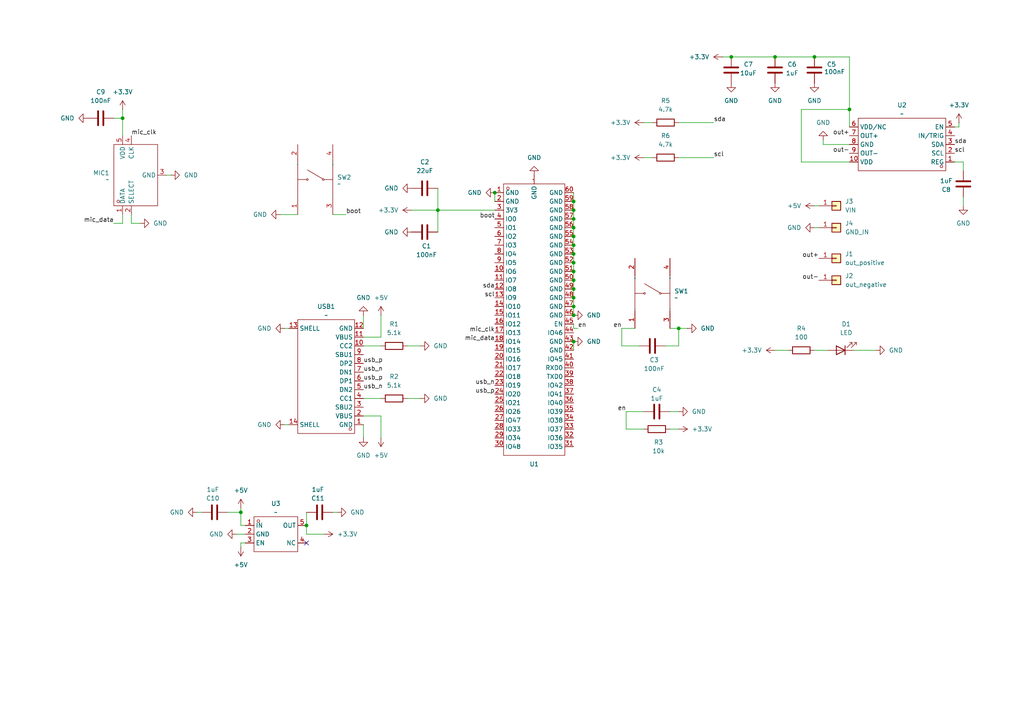
<source format=kicad_sch>
(kicad_sch (version 20231120) (generator "eeschema") (generator_version "8.0")
  (paper "A4")
  (lib_symbols
    (symbol "Connector_Generic:Conn_01x01" (pin_names (offset 1.016) hide)
      (property "Reference" "J" (at 0 2.54 0))
      (property "Value" "Conn_01x01" (at 0 -2.54 0))
      (symbol "Conn_01x01_1_1"
        (rectangle (start -1.27 0.127) (end 0 -0.127) (stroke (width 0.1524)))
        (rectangle (start -1.27 1.27) (end 1.27 -1.27) (stroke (width 0.254)) (fill (type background)))
        (pin passive line (at -5.08 0 0) (length 3.81) (name "Pin_1") (number "1"))
      )
    )
    (symbol "DRV2605LDGSR:DRV2605LDGSR"
      (property "Reference" "U" (at 0 0 0))
      (symbol "DRV2605LDGSR_1_0"
        (rectangle (start -12.7 -7.62) (end 12.7 7.62))
        (circle (center -11.43 6.35) (radius 0.381))
        (pin unspecified line (at -15.24 5.08 0) (length 2.54) (name "REG") (number "1"))
        (pin unspecified line (at 15.24 5.08 180) (length 2.54) (name "VDD") (number "10"))
        (pin unspecified line (at -15.24 2.54 0) (length 2.54) (name "SCL") (number "2"))
        (pin unspecified line (at -15.24 0 0) (length 2.54) (name "SDA") (number "3"))
        (pin unspecified line (at -15.24 -2.54 0) (length 2.54) (name "IN/TRIG") (number "4"))
        (pin unspecified line (at -15.24 -5.08 0) (length 2.54) (name "EN") (number "5"))
        (pin unspecified line (at 15.24 -5.08 180) (length 2.54) (name "VDD/NC") (number "6"))
        (pin unspecified line (at 15.24 -2.54 180) (length 2.54) (name "OUT+") (number "7"))
        (pin unspecified line (at 15.24 0 180) (length 2.54) (name "GND") (number "8"))
        (pin unspecified line (at 15.24 2.54 180) (length 2.54) (name "OUT-") (number "9"))
      )
    )
    (symbol "Device:C" (pin_numbers hide) (pin_names (offset 0.254))
      (property "Reference" "C" (at 0.635 2.54 0))
      (property "Value" "C" (at 0.635 -2.54 0))
      (symbol "C_0_1"
        (polyline (pts (xy -2.032 -0.762) (xy 2.032 -0.762)) (stroke (width 0.508)))
        (polyline (pts (xy -2.032 0.762) (xy 2.032 0.762)) (stroke (width 0.508)))
      )
      (symbol "C_1_1"
        (pin passive line (at 0 3.81 270) (length 2.794) (name "~") (number "1"))
        (pin passive line (at 0 -3.81 90) (length 2.794) (name "~") (number "2"))
      )
    )
    (symbol "Device:LED" (pin_numbers hide) (pin_names (offset 1.016) hide)
      (property "Reference" "D" (at 0 2.54 0))
      (property "Value" "LED" (at 0 -2.54 0))
      (symbol "LED_0_1"
        (polyline (pts (xy -1.27 -1.27) (xy -1.27 1.27)) (stroke (width 0.254)))
        (polyline (pts (xy -1.27 0) (xy 1.27 0)))
        (polyline (pts (xy 1.27 -1.27) (xy 1.27 1.27) (xy -1.27 0) (xy 1.27 -1.27)) (stroke (width 0.254)))
        (polyline (pts (xy -3.048 -0.762) (xy -4.572 -2.286) (xy -3.81 -2.286) (xy -4.572 -2.286) (xy -4.572 -1.524)))
        (polyline (pts (xy -1.778 -0.762) (xy -3.302 -2.286) (xy -2.54 -2.286) (xy -3.302 -2.286) (xy -3.302 -1.524)))
      )
      (symbol "LED_1_1"
        (pin passive line (at -3.81 0 0) (length 2.54) (name "K") (number "1"))
        (pin passive line (at 3.81 0 180) (length 2.54) (name "A") (number "2"))
      )
    )
    (symbol "Device:R" (pin_numbers hide) (pin_names (offset 0))
      (property "Reference" "R" (at 2.032 0 90))
      (property "Value" "R" (at 0 0 90))
      (symbol "R_0_1"
        (rectangle (start -1.016 -2.54) (end 1.016 2.54) (stroke (width 0.254)))
      )
      (symbol "R_1_1"
        (pin passive line (at 0 3.81 270) (length 1.27) (name "~") (number "1"))
        (pin passive line (at 0 -3.81 90) (length 1.27) (name "~") (number "2"))
      )
    )
    (symbol "ESP32-S3-MINI-1-N8:ESP32-S3-MINI-1-N8"
      (property "Reference" "U" (at 0 0 0))
      (symbol "ESP32-S3-MINI-1-N8_1_0"
        (rectangle (start -8.89 -39.37) (end 8.89 39.37))
        (circle (center -7.62 38.1) (radius 0.381))
        (pin unspecified line (at -11.43 36.83 0) (length 2.54) (name "GND") (number "1"))
        (pin unspecified line (at -11.43 13.97 0) (length 2.54) (name "IO6") (number "10"))
        (pin unspecified line (at -11.43 11.43 0) (length 2.54) (name "IO7") (number "11"))
        (pin unspecified line (at -11.43 8.89 0) (length 2.54) (name "IO8") (number "12"))
        (pin unspecified line (at -11.43 6.35 0) (length 2.54) (name "IO9") (number "13"))
        (pin unspecified line (at -11.43 3.81 0) (length 2.54) (name "IO10") (number "14"))
        (pin unspecified line (at -11.43 1.27 0) (length 2.54) (name "IO11") (number "15"))
        (pin unspecified line (at -11.43 -1.27 0) (length 2.54) (name "IO12") (number "16"))
        (pin unspecified line (at -11.43 -3.81 0) (length 2.54) (name "IO13") (number "17"))
        (pin unspecified line (at -11.43 -6.35 0) (length 2.54) (name "IO14") (number "18"))
        (pin unspecified line (at -11.43 -8.89 0) (length 2.54) (name "IO15") (number "19"))
        (pin unspecified line (at -11.43 34.29 0) (length 2.54) (name "GND") (number "2"))
        (pin unspecified line (at -11.43 -11.43 0) (length 2.54) (name "IO16") (number "20"))
        (pin unspecified line (at -11.43 -13.97 0) (length 2.54) (name "IO17") (number "21"))
        (pin unspecified line (at -11.43 -16.51 0) (length 2.54) (name "IO18") (number "22"))
        (pin unspecified line (at -11.43 -19.05 0) (length 2.54) (name "IO19") (number "23"))
        (pin unspecified line (at -11.43 -21.59 0) (length 2.54) (name "IO20") (number "24"))
        (pin unspecified line (at -11.43 -24.13 0) (length 2.54) (name "IO21") (number "25"))
        (pin unspecified line (at -11.43 -26.67 0) (length 2.54) (name "IO26") (number "26"))
        (pin unspecified line (at -11.43 -29.21 0) (length 2.54) (name "IO47") (number "27"))
        (pin unspecified line (at -11.43 -31.75 0) (length 2.54) (name "IO33") (number "28"))
        (pin unspecified line (at -11.43 -34.29 0) (length 2.54) (name "IO34") (number "29"))
        (pin unspecified line (at -11.43 31.75 0) (length 2.54) (name "3V3") (number "3"))
        (pin unspecified line (at -11.43 -36.83 0) (length 2.54) (name "IO48") (number "30"))
        (pin unspecified line (at 11.43 -36.83 180) (length 2.54) (name "IO35") (number "31"))
        (pin unspecified line (at 11.43 -34.29 180) (length 2.54) (name "IO36") (number "32"))
        (pin unspecified line (at 11.43 -31.75 180) (length 2.54) (name "IO37") (number "33"))
        (pin unspecified line (at 11.43 -29.21 180) (length 2.54) (name "IO38") (number "34"))
        (pin unspecified line (at 11.43 -26.67 180) (length 2.54) (name "IO39") (number "35"))
        (pin unspecified line (at 11.43 -24.13 180) (length 2.54) (name "IO40") (number "36"))
        (pin unspecified line (at 11.43 -21.59 180) (length 2.54) (name "IO41") (number "37"))
        (pin unspecified line (at 11.43 -19.05 180) (length 2.54) (name "IO42") (number "38"))
        (pin unspecified line (at 11.43 -16.51 180) (length 2.54) (name "TXD0") (number "39"))
        (pin unspecified line (at -11.43 29.21 0) (length 2.54) (name "IO0") (number "4"))
        (pin unspecified line (at 11.43 -13.97 180) (length 2.54) (name "RXD0") (number "40"))
        (pin unspecified line (at 11.43 -11.43 180) (length 2.54) (name "IO45") (number "41"))
        (pin unspecified line (at 11.43 -8.89 180) (length 2.54) (name "GND") (number "42"))
        (pin unspecified line (at 11.43 -6.35 180) (length 2.54) (name "GND") (number "43"))
        (pin unspecified line (at 11.43 -3.81 180) (length 2.54) (name "IO46") (number "44"))
        (pin unspecified line (at 11.43 -1.27 180) (length 2.54) (name "EN") (number "45"))
        (pin unspecified line (at 11.43 1.27 180) (length 2.54) (name "GND") (number "46"))
        (pin unspecified line (at 11.43 3.81 180) (length 2.54) (name "GND") (number "47"))
        (pin unspecified line (at 11.43 6.35 180) (length 2.54) (name "GND") (number "48"))
        (pin unspecified line (at 11.43 8.89 180) (length 2.54) (name "GND") (number "49"))
        (pin unspecified line (at -11.43 26.67 0) (length 2.54) (name "IO1") (number "5"))
        (pin unspecified line (at 11.43 11.43 180) (length 2.54) (name "GND") (number "50"))
        (pin unspecified line (at 11.43 13.97 180) (length 2.54) (name "GND") (number "51"))
        (pin unspecified line (at 11.43 16.51 180) (length 2.54) (name "GND") (number "52"))
        (pin unspecified line (at 11.43 19.05 180) (length 2.54) (name "GND") (number "53"))
        (pin unspecified line (at 11.43 21.59 180) (length 2.54) (name "GND") (number "54"))
        (pin unspecified line (at 11.43 24.13 180) (length 2.54) (name "GND") (number "55"))
        (pin unspecified line (at 11.43 26.67 180) (length 2.54) (name "GND") (number "56"))
        (pin unspecified line (at 11.43 29.21 180) (length 2.54) (name "GND") (number "57"))
        (pin unspecified line (at 11.43 31.75 180) (length 2.54) (name "GND") (number "58"))
        (pin unspecified line (at 11.43 34.29 180) (length 2.54) (name "GND") (number "59"))
        (pin unspecified line (at -11.43 24.13 0) (length 2.54) (name "IO2") (number "6"))
        (pin unspecified line (at 11.43 36.83 180) (length 2.54) (name "GND") (number "60"))
        (pin unspecified line (at -11.43 21.59 0) (length 2.54) (name "IO3") (number "7"))
        (pin unspecified line (at -11.43 19.05 0) (length 2.54) (name "IO4") (number "8"))
        (pin unspecified line (at -11.43 16.51 0) (length 2.54) (name "IO5") (number "9"))
        (pin unspecified line (at 0 41.91 270) (length 2.54) (name "GND") (number "GND"))
      )
    )
    (symbol "T3902:MMICT390200012"
      (property "Reference" "MIC" (at 0 0 0))
      (symbol "MMICT390200012_1_0"
        (rectangle (start -8.89 -5.08) (end 8.89 7.62))
        (circle (center -7.62 6.35) (radius 0.381))
        (pin unspecified line (at -11.43 5.08 0) (length 2.54) (name "DATA") (number "1"))
        (pin unspecified line (at -11.43 2.54 0) (length 2.54) (name "SELECT") (number "2"))
        (pin unspecified line (at 0 -7.62 90) (length 2.54) (name "GND") (number "3"))
        (pin unspecified line (at 11.43 2.54 180) (length 2.54) (name "CLK") (number "4"))
        (pin unspecified line (at 11.43 5.08 180) (length 2.54) (name "VDD") (number "5"))
      )
    )
    (symbol "TLV75533PDBVR:TLV75533PDBVR"
      (property "Reference" "U" (at 0 0 0))
      (symbol "TLV75533PDBVR_1_0"
        (rectangle (start -6.35 -5.08) (end 6.35 5.08))
        (circle (center -5.08 3.81) (radius 0.381))
        (pin unspecified line (at -8.89 2.54 0) (length 2.54) (name "IN") (number "1"))
        (pin unspecified line (at -8.89 0 0) (length 2.54) (name "GND") (number "2"))
        (pin unspecified line (at -8.89 -2.54 0) (length 2.54) (name "EN") (number "3"))
        (pin unspecified line (at 8.89 -2.54 180) (length 2.54) (name "NC") (number "4"))
        (pin unspecified line (at 8.89 2.54 180) (length 2.54) (name "OUT") (number "5"))
      )
    )
    (symbol "TS2819A:TS2819A 230GF"
      (property "Reference" "SW" (at 0 0 0))
      (symbol "TS2819A 230GF_1_0"
        (circle (center 0 -2.286) (radius 0.254))
        (polyline (pts (xy -5.08 -5.08) (xy 5.08 -5.08)))
        (polyline (pts (xy -5.08 5.08) (xy 5.08 5.08)))
        (polyline (pts (xy 0 -5.08) (xy 0 -2.54)))
        (polyline (pts (xy 0 5.08) (xy 0 2.54)))
        (polyline (pts (xy 2.794 2.286) (xy 0.254 -2.032)))
        (circle (center 0 2.286) (radius 0.254))
        (pin input line (at -10.16 5.08 0) (length 5.08) (name "A") (number "1"))
        (pin input line (at 10.16 5.08 180) (length 5.08) (name "A&apos;") (number "2"))
        (pin input line (at -10.16 -5.08 0) (length 5.08) (name "B") (number "3"))
        (pin input line (at 10.16 -5.08 180) (length 5.08) (name "B&apos;") (number "4"))
      )
    )
    (symbol "TYPE-16-C:TYPE-C 16PIN 2MD(073)"
      (property "Reference" "USB" (at 0 0 0))
      (symbol "TYPE-C 16PIN 2MD(073)_1_0"
        (rectangle (start -8.89 -16.51) (end 7.62 16.51))
        (circle (center -7.62 15.24) (radius 0.381))
        (pin unspecified line (at -11.43 13.97 0) (length 2.54) (name "GND") (number "1"))
        (pin unspecified line (at -11.43 -8.89 0) (length 2.54) (name "CC2") (number "10"))
        (pin unspecified line (at -11.43 -11.43 0) (length 2.54) (name "VBUS") (number "11"))
        (pin unspecified line (at -11.43 -13.97 0) (length 2.54) (name "GND") (number "12"))
        (pin unspecified line (at 10.16 -13.97 180) (length 2.54) (name "SHELL") (number "13"))
        (pin unspecified line (at 10.16 13.97 180) (length 2.54) (name "SHELL") (number "14"))
        (pin unspecified line (at -11.43 11.43 0) (length 2.54) (name "VBUS") (number "2"))
        (pin unspecified line (at -11.43 8.89 0) (length 2.54) (name "SBU2") (number "3"))
        (pin unspecified line (at -11.43 6.35 0) (length 2.54) (name "CC1") (number "4"))
        (pin unspecified line (at -11.43 3.81 0) (length 2.54) (name "DN2") (number "5"))
        (pin unspecified line (at -11.43 1.27 0) (length 2.54) (name "DP1") (number "6"))
        (pin unspecified line (at -11.43 -1.27 0) (length 2.54) (name "DN1") (number "7"))
        (pin unspecified line (at -11.43 -3.81 0) (length 2.54) (name "DP2") (number "8"))
        (pin unspecified line (at -11.43 -6.35 0) (length 2.54) (name "SBU1") (number "9"))
      )
    )
    (symbol "power:+3.3V" (power) (pin_numbers hide) (pin_names (offset 0) hide)
      (property "Value" "+3.3V" (at 0 3.556 0))
      (symbol "+3.3V_0_1"
        (polyline (pts (xy -0.762 1.27) (xy 0 2.54)))
        (polyline (pts (xy 0 0) (xy 0 2.54)))
        (polyline (pts (xy 0 2.54) (xy 0.762 1.27)))
      )
      (symbol "+3.3V_1_1"
        (pin power_in line (at 0 0 90) (length 0) (name "~") (number "1"))
      )
    )
    (symbol "power:+5V" (power) (pin_numbers hide) (pin_names (offset 0) hide)
      (property "Value" "+5V" (at 0 3.556 0))
      (symbol "+5V_0_1"
        (polyline (pts (xy -0.762 1.27) (xy 0 2.54)))
        (polyline (pts (xy 0 0) (xy 0 2.54)))
        (polyline (pts (xy 0 2.54) (xy 0.762 1.27)))
      )
      (symbol "+5V_1_1"
        (pin power_in line (at 0 0 90) (length 0) (name "~") (number "1"))
      )
    )
    (symbol "power:GND" (power) (pin_numbers hide) (pin_names (offset 0) hide)
      (property "Value" "GND" (at 0 -3.81 0))
      (symbol "GND_0_1"
        (polyline (pts (xy 0 0) (xy 0 -1.27) (xy 1.27 -1.27) (xy 0 -2.54) (xy -1.27 -1.27) (xy 0 -1.27)))
      )
      (symbol "GND_1_1"
        (pin power_in line (at 0 0 270) (length 0) (name "~") (number "1"))
      )
    )
  )
  (junction (at 69.85 148.59))
  (junction (at 88.9 152.4))
  (junction (at 166.37 83.82))
  (junction (at 143.51 55.88))
  (junction (at 166.37 60.96))
  (junction (at 127 60.96))
  (junction (at 166.37 91.44))
  (junction (at 166.37 73.66))
  (junction (at 166.37 99.06))
  (junction (at 166.37 68.58))
  (junction (at 35.56 34.29))
  (junction (at 212.09 16.51))
  (junction (at 166.37 58.42))
  (junction (at 166.37 63.5))
  (junction (at 246.38 31.75))
  (junction (at 166.37 88.9))
  (junction (at 224.79 16.51))
  (junction (at 166.37 81.28))
  (junction (at 196.85 95.25))
  (junction (at 236.22 16.51))
  (junction (at 166.37 78.74))
  (junction (at 166.37 66.04))
  (junction (at 166.37 71.12))
  (junction (at 166.37 76.2))
  (junction (at 166.37 86.36))
  (no_connect (at 88.9 157.48))
  (wire (pts (xy 66.04 148.59) (xy 69.85 148.59)))
  (wire (pts (xy 97.79 148.59) (xy 96.52 148.59)))
  (wire (pts (xy 69.85 152.4) (xy 71.12 152.4)))
  (wire (pts (xy 166.37 95.25) (xy 166.37 93.98)))
  (wire (pts (xy 279.4 57.15) (xy 279.4 59.69)))
  (wire (pts (xy 166.37 60.96) (xy 166.37 63.5)))
  (wire (pts (xy 96.52 62.23) (xy 100.33 62.23)))
  (wire (pts (xy 118.11 100.33) (xy 121.92 100.33)))
  (wire (pts (xy 236.22 66.04) (xy 237.49 66.04)))
  (wire (pts (xy 38.1 64.77) (xy 40.64 64.77)))
  (wire (pts (xy 69.85 147.32) (xy 69.85 148.59)))
  (wire (pts (xy 68.58 154.94) (xy 71.12 154.94)))
  (wire (pts (xy 127 60.96) (xy 127 67.31)))
  (wire (pts (xy 236.22 59.69) (xy 237.49 59.69)))
  (wire (pts (xy 238.76 41.91) (xy 246.38 41.91)))
  (wire (pts (xy 278.13 35.56) (xy 278.13 36.83)))
  (wire (pts (xy 224.79 16.51) (xy 236.22 16.51)))
  (wire (pts (xy 209.55 16.51) (xy 212.09 16.51)))
  (wire (pts (xy 35.56 62.23) (xy 35.56 64.77)))
  (wire (pts (xy 279.4 46.99) (xy 279.4 49.53)))
  (wire (pts (xy 186.69 45.72) (xy 189.23 45.72)))
  (wire (pts (xy 194.31 95.25) (xy 196.85 95.25)))
  (wire (pts (xy 57.15 148.59) (xy 58.42 148.59)))
  (wire (pts (xy 193.04 100.33) (xy 196.85 100.33)))
  (wire (pts (xy 167.64 95.25) (xy 166.37 95.25)))
  (wire (pts (xy 143.51 55.88) (xy 143.51 58.42)))
  (wire (pts (xy 105.41 123.19) (xy 105.41 127)))
  (wire (pts (xy 166.37 55.88) (xy 166.37 58.42)))
  (wire (pts (xy 196.85 119.38) (xy 194.31 119.38)))
  (wire (pts (xy 196.85 45.72) (xy 207.01 45.72)))
  (wire (pts (xy 119.38 60.96) (xy 127 60.96)))
  (wire (pts (xy 105.41 97.79) (xy 110.49 97.79)))
  (wire (pts (xy 246.38 31.75) (xy 246.38 36.83)))
  (wire (pts (xy 166.37 88.9) (xy 166.37 91.44)))
  (wire (pts (xy 166.37 78.74) (xy 166.37 81.28)))
  (wire (pts (xy 166.37 99.06) (xy 166.37 101.6)))
  (wire (pts (xy 81.28 62.23) (xy 86.36 62.23)))
  (wire (pts (xy 35.56 64.77) (xy 33.02 64.77)))
  (wire (pts (xy 180.34 95.25) (xy 184.15 95.25)))
  (wire (pts (xy 127 60.96) (xy 143.51 60.96)))
  (wire (pts (xy 69.85 157.48) (xy 71.12 157.48)))
  (wire (pts (xy 69.85 148.59) (xy 69.85 152.4)))
  (wire (pts (xy 105.41 115.57) (xy 110.49 115.57)))
  (wire (pts (xy 224.79 101.6) (xy 228.6 101.6)))
  (wire (pts (xy 110.49 127) (xy 110.49 120.65)))
  (wire (pts (xy 166.37 73.66) (xy 166.37 76.2)))
  (wire (pts (xy 207.01 35.56) (xy 196.85 35.56)))
  (wire (pts (xy 69.85 158.75) (xy 69.85 157.48)))
  (wire (pts (xy 166.37 63.5) (xy 166.37 66.04)))
  (wire (pts (xy 236.22 101.6) (xy 240.03 101.6)))
  (wire (pts (xy 196.85 95.25) (xy 199.39 95.25)))
  (wire (pts (xy 88.9 154.94) (xy 93.98 154.94)))
  (wire (pts (xy 212.09 16.51) (xy 224.79 16.51)))
  (wire (pts (xy 181.61 119.38) (xy 181.61 124.46)))
  (wire (pts (xy 236.22 16.51) (xy 246.38 16.51)))
  (wire (pts (xy 127 54.61) (xy 127 60.96)))
  (wire (pts (xy 166.37 71.12) (xy 166.37 73.66)))
  (wire (pts (xy 232.41 46.99) (xy 232.41 31.75)))
  (wire (pts (xy 194.31 124.46) (xy 196.85 124.46)))
  (wire (pts (xy 186.69 35.56) (xy 189.23 35.56)))
  (wire (pts (xy 110.49 97.79) (xy 110.49 91.44)))
  (wire (pts (xy 181.61 124.46) (xy 186.69 124.46)))
  (wire (pts (xy 35.56 39.37) (xy 35.56 34.29)))
  (wire (pts (xy 105.41 100.33) (xy 110.49 100.33)))
  (wire (pts (xy 246.38 46.99) (xy 232.41 46.99)))
  (wire (pts (xy 166.37 66.04) (xy 166.37 68.58)))
  (wire (pts (xy 110.49 120.65) (xy 105.41 120.65)))
  (wire (pts (xy 185.42 100.33) (xy 180.34 100.33)))
  (wire (pts (xy 166.37 76.2) (xy 166.37 78.74)))
  (wire (pts (xy 38.1 62.23) (xy 38.1 64.77)))
  (wire (pts (xy 88.9 148.59) (xy 88.9 152.4)))
  (wire (pts (xy 166.37 86.36) (xy 166.37 88.9)))
  (wire (pts (xy 82.55 123.19) (xy 83.82 123.19)))
  (wire (pts (xy 181.61 119.38) (xy 186.69 119.38)))
  (wire (pts (xy 166.37 83.82) (xy 166.37 86.36)))
  (wire (pts (xy 196.85 100.33) (xy 196.85 95.25)))
  (wire (pts (xy 88.9 154.94) (xy 88.9 152.4)))
  (wire (pts (xy 166.37 81.28) (xy 166.37 83.82)))
  (wire (pts (xy 35.56 31.75) (xy 35.56 34.29)))
  (wire (pts (xy 118.11 115.57) (xy 121.92 115.57)))
  (wire (pts (xy 247.65 101.6) (xy 254 101.6)))
  (wire (pts (xy 82.55 95.25) (xy 83.82 95.25)))
  (wire (pts (xy 232.41 31.75) (xy 246.38 31.75)))
  (wire (pts (xy 35.56 34.29) (xy 33.02 34.29)))
  (wire (pts (xy 238.76 40.64) (xy 238.76 41.91)))
  (wire (pts (xy 276.86 46.99) (xy 279.4 46.99)))
  (wire (pts (xy 246.38 16.51) (xy 246.38 31.75)))
  (wire (pts (xy 105.41 91.44) (xy 105.41 95.25)))
  (wire (pts (xy 278.13 36.83) (xy 276.86 36.83)))
  (wire (pts (xy 48.26 50.8) (xy 49.53 50.8)))
  (wire (pts (xy 166.37 58.42) (xy 166.37 60.96)))
  (wire (pts (xy 180.34 100.33) (xy 180.34 95.25)))
  (wire (pts (xy 166.37 68.58) (xy 166.37 71.12)))
  (label "mic_clk" (at 143.51 96.52 180))
  (label "usb_n" (at 143.51 111.76 180))
  (label "out-" (at 237.49 81.28 180))
  (label "mic_data" (at 143.51 99.06 180))
  (label "boot" (at 100.33 62.23 0))
  (label "scl" (at 276.86 44.45 0))
  (label "sda" (at 276.86 41.91 0))
  (label "usb_p" (at 105.41 110.49 0))
  (label "out+" (at 246.38 39.37 180))
  (label "en" (at 167.64 95.25 0))
  (label "mic_clk" (at 38.1 39.37 0))
  (label "boot" (at 143.51 63.5 180))
  (label "out+" (at 237.49 74.93 180))
  (label "sda" (at 143.51 83.82 180))
  (label "usb_n" (at 105.41 113.03 0))
  (label "out-" (at 246.38 44.45 180))
  (label "scl" (at 143.51 86.36 180))
  (label "mic_data" (at 33.02 64.77 180))
  (label "en" (at 181.61 119.38 180))
  (label "scl" (at 207.01 45.72 0))
  (label "en" (at 180.34 95.25 180))
  (label "usb_n" (at 105.41 107.95 0))
  (label "sda" (at 207.01 35.56 0))
  (label "usb_p" (at 105.41 105.41 0))
  (label "usb_p" (at 143.51 114.3 180))
  (symbol (lib_id "TS2819A:TS2819A 230GF") (at 91.44 52.07 90) (unit 1)
    (property "Reference" "SW2" (at 97.79 51.4349 90) (effects (justify right)))
    (property "Value" "~" (at 97.79 53.34 90) (effects (justify right)))
    (property "Footprint" "TS2819A:SW-SMD_4P-L2.8-W1.9-P1.16-LS3.0" (effects (hide yes)))
    (property "Datasheet" "https://atta.szlcsc.com/upload/public/pdf/source/20190424/C388293_8B1DBF761BAC69CDD202AFA3A4FD9455.pdf" (effects (hide yes)))
    (property "Description" "Circuit:SPST Actuator Style:Round Button Mounting Style:Brick nogging Switch Length:2.8mm Switch Width:1.9mm Switch Height:0.57mm Contact Current:50mA Voltage Rating (DC):12V With Lamp:- Mechanical Life:-" (effects (hide yes)))
    (property "Manufacturer Part" "TS2819A 230gf" (effects (hide yes)))
    (property "Manufacturer" "SHOU HAN(首韩)" (effects (hide yes)))
    (property "Supplier Part" "C388293" (effects (hide yes)))
    (property "Supplier" "LCSC" (effects (hide yes)))
    (property "LCSC Part Name" "2.8*1.9*0.57mm 立贴 轻触开关" (effects (hide yes)))
  )
  (symbol (lib_id "Device:R") (at 114.3 100.33 90) (unit 1)
    (property "Reference" "R1" (at 114.3 93.98 90))
    (property "Value" "5.1k" (at 114.3 96.52 90))
    (property "Footprint" "Resistor_SMD:R_0402_1005Metric" (effects (hide yes)))
    (property "Description" "Resistor" (effects (hide yes)))
  )
  (symbol (lib_id "power:+5V") (at 69.85 147.32 0) (unit 1)
    (property "Reference" "#PWR033" (effects (hide yes)))
    (property "Value" "+5V" (at 69.85 142.24 0))
    (property "Description" "Power symbol creates a global label with name \"+5V\"" (effects (hide yes)))
  )
  (symbol (lib_id "power:+3.3V") (at 35.56 31.75 0) (unit 1)
    (property "Reference" "#PWR029" (effects (hide yes)))
    (property "Value" "+3.3V" (at 35.56 26.67 0))
    (property "Description" "Power symbol creates a global label with name \"+3.3V\"" (effects (hide yes)))
  )
  (symbol (lib_id "power:+5V") (at 69.85 158.75 180) (unit 1)
    (property "Reference" "#PWR032" (effects (hide yes)))
    (property "Value" "+5V" (at 69.85 163.83 0))
    (property "Description" "Power symbol creates a global label with name \"+5V\"" (effects (hide yes)))
  )
  (symbol (lib_id "Device:R") (at 232.41 101.6 90) (unit 1)
    (property "Reference" "R4" (at 232.41 95.25 90))
    (property "Value" "100" (at 232.41 97.79 90))
    (property "Footprint" "Resistor_SMD:R_0402_1005Metric" (effects (hide yes)))
    (property "Description" "Resistor" (effects (hide yes)))
  )
  (symbol (lib_id "Device:C") (at 92.71 148.59 90) (unit 1)
    (property "Reference" "C11" (at 92.202 144.526 90))
    (property "Value" "1uF" (at 92.202 141.986 90))
    (property "Footprint" "Capacitor_SMD:C_0402_1005Metric" (effects (hide yes)))
    (property "Description" "Unpolarized capacitor" (effects (hide yes)))
  )
  (symbol (lib_id "Device:C") (at 190.5 119.38 270) (unit 1)
    (property "Reference" "C4" (at 190.5 113.03 90))
    (property "Value" "1uF" (at 190.5 115.57 90))
    (property "Footprint" "Capacitor_SMD:C_0402_1005Metric" (effects (hide yes)))
    (property "Description" "Unpolarized capacitor" (effects (hide yes)))
  )
  (symbol (lib_id "Device:C") (at 236.22 20.32 0) (unit 1)
    (property "Reference" "C5" (at 241.173 18.669 0))
    (property "Value" "100nF" (at 242.062 20.828 0))
    (property "Footprint" "Capacitor_SMD:C_0402_1005Metric" (effects (hide yes)))
    (property "Description" "Unpolarized capacitor" (effects (hide yes)))
  )
  (symbol (lib_id "power:+3.3V") (at 119.38 60.96 90) (unit 1)
    (property "Reference" "#PWR04" (effects (hide yes)))
    (property "Value" "+3.3V" (at 115.57 60.9599 90) (effects (justify left)))
    (property "Description" "Power symbol creates a global label with name \"+3.3V\"" (effects (hide yes)))
  )
  (symbol (lib_id "Device:C") (at 189.23 100.33 270) (unit 1)
    (property "Reference" "C3" (at 189.738 104.394 90))
    (property "Value" "100nF" (at 189.738 106.934 90))
    (property "Footprint" "Capacitor_SMD:C_0402_1005Metric" (effects (hide yes)))
    (property "Description" "Unpolarized capacitor" (effects (hide yes)))
  )
  (symbol (lib_id "power:GND") (at 40.64 64.77 90) (unit 1)
    (property "Reference" "#PWR031" (effects (hide yes)))
    (property "Value" "GND" (at 44.45 64.7699 90) (effects (justify right)))
    (property "Description" "Power symbol creates a global label with name \"GND\" , ground" (effects (hide yes)))
  )
  (symbol (lib_id "Connector_Generic:Conn_01x01") (at 242.57 81.28 0) (unit 1)
    (property "Reference" "J2" (at 245.11 80.0099 0) (effects (justify left)))
    (property "Value" "out_negative" (at 245.11 82.5499 0) (effects (justify left)))
    (property "Footprint" "TestPoint:TestPoint_Pad_D2.0mm" (effects (hide yes)))
    (property "Description" "Generic connector, single row, 01x01, script generated (kicad-library-utils/schlib/autogen/connector/)" (effects (hide yes)))
  )
  (symbol (lib_id "power:GND") (at 25.4 34.29 270) (unit 1)
    (property "Reference" "#PWR028" (effects (hide yes)))
    (property "Value" "GND" (at 21.59 34.2899 90) (effects (justify right)))
    (property "Description" "Power symbol creates a global label with name \"GND\" , ground" (effects (hide yes)))
  )
  (symbol (lib_id "power:GND") (at 154.94 50.8 180) (unit 1)
    (property "Reference" "#PWR02" (effects (hide yes)))
    (property "Value" "GND" (at 154.94 45.72 0))
    (property "Description" "Power symbol creates a global label with name \"GND\" , ground" (effects (hide yes)))
  )
  (symbol (lib_id "power:GND") (at 224.79 24.13 0) (unit 1)
    (property "Reference" "#PWR020" (effects (hide yes)))
    (property "Value" "GND" (at 224.79 29.21 0))
    (property "Description" "Power symbol creates a global label with name \"GND\" , ground" (effects (hide yes)))
  )
  (symbol (lib_id "power:+5V") (at 110.49 127 180) (unit 1)
    (property "Reference" "#PWR09" (effects (hide yes)))
    (property "Value" "+5V" (at 110.49 132.08 0))
    (property "Description" "Power symbol creates a global label with name \"+5V\"" (effects (hide yes)))
  )
  (symbol (lib_id "power:GND") (at 279.4 59.69 0) (unit 1)
    (property "Reference" "#PWR040" (effects (hide yes)))
    (property "Value" "GND" (at 279.4 64.77 0))
    (property "Description" "Power symbol creates a global label with name \"GND\" , ground" (effects (hide yes)))
  )
  (symbol (lib_id "power:GND") (at 254 101.6 90) (unit 1)
    (property "Reference" "#PWR025" (effects (hide yes)))
    (property "Value" "GND" (at 257.81 101.5999 90) (effects (justify right)))
    (property "Description" "Power symbol creates a global label with name \"GND\" , ground" (effects (hide yes)))
  )
  (symbol (lib_id "Device:R") (at 193.04 35.56 270) (unit 1)
    (property "Reference" "R5" (at 193.04 29.21 90))
    (property "Value" "4.7k" (at 193.04 31.75 90))
    (property "Footprint" "Resistor_SMD:R_0402_1005Metric" (effects (hide yes)))
    (property "Description" "Resistor" (effects (hide yes)))
  )
  (symbol (lib_id "Device:C") (at 212.09 20.32 0) (unit 1)
    (property "Reference" "C7" (at 217.043 18.669 0))
    (property "Value" "10uF" (at 217.043 21.209 0))
    (property "Footprint" "Capacitor_SMD:C_0402_1005Metric" (effects (hide yes)))
    (property "Description" "Unpolarized capacitor" (effects (hide yes)))
  )
  (symbol (lib_id "power:+3.3V") (at 209.55 16.51 90) (unit 1)
    (property "Reference" "#PWR017" (effects (hide yes)))
    (property "Value" "+3.3V" (at 205.74 16.5099 90) (effects (justify left)))
    (property "Description" "Power symbol creates a global label with name \"+3.3V\"" (effects (hide yes)))
  )
  (symbol (lib_id "power:+3.3V") (at 186.69 45.72 90) (unit 1)
    (property "Reference" "#PWR027" (effects (hide yes)))
    (property "Value" "+3.3V" (at 182.88 45.7199 90) (effects (justify left)))
    (property "Description" "Power symbol creates a global label with name \"+3.3V\"" (effects (hide yes)))
  )
  (symbol (lib_id "TYPE-16-C:TYPE-C 16PIN 2MD(073)") (at 93.98 109.22 180) (unit 1)
    (property "Reference" "USB1" (at 94.615 88.9 0))
    (property "Value" "~" (at 94.615 91.44 0))
    (property "Footprint" "TYPE-16-C:USB-C-SMD_TYPE-C-6PIN-2MD-073" (effects (hide yes)))
    (property "Datasheet" "https://atta.szlcsc.com/upload/public/pdf/source/20211123/39B17C16241EAC15C5E277BDA434118E.pdf" (effects (hide yes)))
    (property "Description" "Connector Type:Type-C Standard:USB 3.1 Gender:Female Mounting Style:Horizontal attachment Number of Contacts:16P Number of Ports:1 Current Rating - Power (Max):5A Operating Temperature Range:-25°C~+85°C Operating Temperature Range:-25°C~+85°C Rated Voltage (M" (effects (hide yes)))
    (property "Manufacturer Part" "TYPE-C 16PIN 2MD(073)" (effects (hide yes)))
    (property "Manufacturer" "SHOU HAN(首韩)" (effects (hide yes)))
    (property "Supplier Part" "C2765186" (effects (hide yes)))
    (property "Supplier" "LCSC" (effects (hide yes)))
    (property "LCSC Part Name" "Type-C 母 卧贴" (effects (hide yes)))
  )
  (symbol (lib_id "power:GND") (at 119.38 67.31 270) (unit 1)
    (property "Reference" "#PWR06" (effects (hide yes)))
    (property "Value" "GND" (at 115.57 67.3099 90) (effects (justify right)))
    (property "Description" "Power symbol creates a global label with name \"GND\" , ground" (effects (hide yes)))
  )
  (symbol (lib_id "power:GND") (at 97.79 148.59 90) (unit 1)
    (property "Reference" "#PWR036" (effects (hide yes)))
    (property "Value" "GND" (at 101.6 148.5899 90) (effects (justify right)))
    (property "Description" "Power symbol creates a global label with name \"GND\" , ground" (effects (hide yes)))
  )
  (symbol (lib_id "power:GND") (at 105.41 127 0) (unit 1)
    (property "Reference" "#PWR011" (effects (hide yes)))
    (property "Value" "GND" (at 105.41 132.08 0))
    (property "Description" "Power symbol creates a global label with name \"GND\" , ground" (effects (hide yes)))
  )
  (symbol (lib_id "power:GND") (at 49.53 50.8 90) (unit 1)
    (property "Reference" "#PWR030" (effects (hide yes)))
    (property "Value" "GND" (at 53.34 50.7999 90) (effects (justify right)))
    (property "Description" "Power symbol creates a global label with name \"GND\" , ground" (effects (hide yes)))
  )
  (symbol (lib_id "power:GND") (at 121.92 100.33 90) (unit 1)
    (property "Reference" "#PWR07" (effects (hide yes)))
    (property "Value" "GND" (at 125.73 100.3299 90) (effects (justify right)))
    (property "Description" "Power symbol creates a global label with name \"GND\" , ground" (effects (hide yes)))
  )
  (symbol (lib_id "power:GND") (at 57.15 148.59 270) (unit 1)
    (property "Reference" "#PWR037" (effects (hide yes)))
    (property "Value" "GND" (at 53.34 148.5899 90) (effects (justify right)))
    (property "Description" "Power symbol creates a global label with name \"GND\" , ground" (effects (hide yes)))
  )
  (symbol (lib_id "Device:C") (at 62.23 148.59 90) (unit 1)
    (property "Reference" "C10" (at 61.722 144.526 90))
    (property "Value" "1uF" (at 61.722 141.986 90))
    (property "Footprint" "Capacitor_SMD:C_0402_1005Metric" (effects (hide yes)))
    (property "Description" "Unpolarized capacitor" (effects (hide yes)))
  )
  (symbol (lib_id "Device:C") (at 29.21 34.29 270) (unit 1)
    (property "Reference" "C9" (at 29.21 26.67 90))
    (property "Value" "100nF" (at 29.21 29.21 90))
    (property "Footprint" "Capacitor_SMD:C_0402_1005Metric" (effects (hide yes)))
    (property "Description" "Unpolarized capacitor" (effects (hide yes)))
  )
  (symbol (lib_id "Device:R") (at 114.3 115.57 90) (unit 1)
    (property "Reference" "R2" (at 114.3 109.22 90))
    (property "Value" "5.1k" (at 114.3 111.76 90))
    (property "Footprint" "Resistor_SMD:R_0402_1005Metric" (effects (hide yes)))
    (property "Description" "Resistor" (effects (hide yes)))
  )
  (symbol (lib_id "power:GND") (at 199.39 95.25 90) (unit 1)
    (property "Reference" "#PWR013" (effects (hide yes)))
    (property "Value" "GND" (at 203.2 95.2499 90) (effects (justify right)))
    (property "Description" "Power symbol creates a global label with name \"GND\" , ground" (effects (hide yes)))
  )
  (symbol (lib_id "Connector_Generic:Conn_01x01") (at 242.57 66.04 0) (unit 1)
    (property "Reference" "J4" (at 245.11 64.7699 0) (effects (justify left)))
    (property "Value" "GND_IN" (at 245.11 67.3099 0) (effects (justify left)))
    (property "Footprint" "TestPoint:TestPoint_Pad_D2.0mm" (effects (hide yes)))
    (property "Description" "Generic connector, single row, 01x01, script generated (kicad-library-utils/schlib/autogen/connector/)" (effects (hide yes)))
  )
  (symbol (lib_id "Device:LED") (at 243.84 101.6 180) (unit 1)
    (property "Reference" "D1" (at 245.4275 93.98 0))
    (property "Value" "LED" (at 245.4275 96.52 0))
    (property "Footprint" "LED_SMD:LED_0603_1608Metric" (effects (hide yes)))
    (property "Description" "Light emitting diode" (effects (hide yes)))
  )
  (symbol (lib_id "power:+3.3V") (at 196.85 124.46 270) (unit 1)
    (property "Reference" "#PWR014" (effects (hide yes)))
    (property "Value" "+3.3V" (at 200.66 124.4599 90) (effects (justify left)))
    (property "Description" "Power symbol creates a global label with name \"+3.3V\"" (effects (hide yes)))
  )
  (symbol (lib_id "Device:C") (at 123.19 54.61 270) (unit 1)
    (property "Reference" "C2" (at 123.19 46.99 90))
    (property "Value" "22uF" (at 123.19 49.53 90))
    (property "Footprint" "Capacitor_SMD:C_0402_1005Metric" (effects (hide yes)))
    (property "Description" "Unpolarized capacitor" (effects (hide yes)))
  )
  (symbol (lib_id "power:GND") (at 166.37 91.44 90) (unit 1)
    (property "Reference" "#PWR01" (effects (hide yes)))
    (property "Value" "GND" (at 170.18 91.4399 90) (effects (justify right)))
    (property "Description" "Power symbol creates a global label with name \"GND\" , ground" (effects (hide yes)))
  )
  (symbol (lib_id "power:+3.3V") (at 278.13 35.56 0) (unit 1)
    (property "Reference" "#PWR022" (effects (hide yes)))
    (property "Value" "+3.3V" (at 278.13 30.48 0))
    (property "Description" "Power symbol creates a global label with name \"+3.3V\"" (effects (hide yes)))
  )
  (symbol (lib_id "power:GND") (at 236.22 66.04 270) (unit 1)
    (property "Reference" "#PWR041" (effects (hide yes)))
    (property "Value" "GND" (at 232.41 66.0399 90) (effects (justify right)))
    (property "Description" "Power symbol creates a global label with name \"GND\" , ground" (effects (hide yes)))
  )
  (symbol (lib_id "power:GND") (at 238.76 40.64 180) (unit 1)
    (property "Reference" "#PWR018" (effects (hide yes)))
    (property "Value" "GND" (at 238.76 35.56 0))
    (property "Description" "Power symbol creates a global label with name \"GND\" , ground" (effects (hide yes)))
  )
  (symbol (lib_id "power:+5V") (at 110.49 91.44 0) (unit 1)
    (property "Reference" "#PWR010" (effects (hide yes)))
    (property "Value" "+5V" (at 110.49 86.36 0))
    (property "Description" "Power symbol creates a global label with name \"+5V\"" (effects (hide yes)))
  )
  (symbol (lib_id "power:GND") (at 81.28 62.23 270) (unit 1)
    (property "Reference" "#PWR016" (effects (hide yes)))
    (property "Value" "GND" (at 77.47 62.2301 90) (effects (justify right)))
    (property "Description" "Power symbol creates a global label with name \"GND\" , ground" (effects (hide yes)))
  )
  (symbol (lib_id "power:GND") (at 121.92 115.57 90) (unit 1)
    (property "Reference" "#PWR08" (effects (hide yes)))
    (property "Value" "GND" (at 125.73 115.5699 90) (effects (justify right)))
    (property "Description" "Power symbol creates a global label with name \"GND\" , ground" (effects (hide yes)))
  )
  (symbol (lib_id "power:+3.3V") (at 186.69 35.56 90) (unit 1)
    (property "Reference" "#PWR026" (effects (hide yes)))
    (property "Value" "+3.3V" (at 182.88 35.5599 90) (effects (justify left)))
    (property "Description" "Power symbol creates a global label with name \"+3.3V\"" (effects (hide yes)))
  )
  (symbol (lib_id "power:GND") (at 196.85 119.38 90) (unit 1)
    (property "Reference" "#PWR015" (effects (hide yes)))
    (property "Value" "GND" (at 200.66 119.3799 90) (effects (justify right)))
    (property "Description" "Power symbol creates a global label with name \"GND\" , ground" (effects (hide yes)))
  )
  (symbol (lib_id "Device:R") (at 193.04 45.72 270) (unit 1)
    (property "Reference" "R6" (at 193.04 39.37 90))
    (property "Value" "4.7k" (at 193.04 41.91 90))
    (property "Footprint" "Resistor_SMD:R_0402_1005Metric" (effects (hide yes)))
    (property "Description" "Resistor" (effects (hide yes)))
  )
  (symbol (lib_id "power:GND") (at 82.55 95.25 270) (unit 1)
    (property "Reference" "#PWR044" (effects (hide yes)))
    (property "Value" "GND" (at 78.74 95.2499 90) (effects (justify right)))
    (property "Description" "Power symbol creates a global label with name \"GND\" , ground" (effects (hide yes)))
  )
  (symbol (lib_id "ESP32-S3-MINI-1-N8:ESP32-S3-MINI-1-N8") (at 154.94 92.71 0) (unit 1)
    (property "Reference" "U1" (at 154.94 134.62 0))
    (property "Value" "2.4GHz" (effects (hide yes)))
    (property "Footprint" "ESP32-S3-MINI-1-N8:BULETM-SMD_ESP32-S3-MINI-1-N8" (effects (hide yes)))
    (property "Datasheet" "https://atta.szlcsc.com/upload/public/pdf/source/20220425/7F117D7A09F85946280540FD9EFDF9F3.pdf" (effects (hide yes)))
    (property "Description" "Core Processor:ESP32-S3FN8 Chip Wireless Standard:- Support Interface:I2C；GPIO；SPI；PWM；ADC；UART；USB；I2S Frequency:2.4GHz Antenna Type:- Output Power:20.5dBm Output Power:20.5dBm Operating Voltage:- Operating Voltage:- Receive  Current:- Send  Current:- Se" (effects (hide yes)))
    (property "Manufacturer Part" "ESP32-S3-MINI-1-N8" (effects (hide yes)))
    (property "Manufacturer" "ESPRESSIF(乐鑫)" (effects (hide yes)))
    (property "Supplier Part" "C2913206" (effects (hide yes)))
    (property "Supplier" "LCSC" (effects (hide yes)))
    (property "LCSC Part Name" "ESP32-S3-MINI-1-N8" (effects (hide yes)))
  )
  (symbol (lib_id "Connector_Generic:Conn_01x01") (at 242.57 74.93 0) (unit 1)
    (property "Reference" "J1" (at 245.11 73.6599 0) (effects (justify left)))
    (property "Value" "out_positive" (at 245.11 76.1999 0) (effects (justify left)))
    (property "Footprint" "TestPoint:TestPoint_Pad_D2.0mm" (effects (hide yes)))
    (property "Description" "Generic connector, single row, 01x01, script generated (kicad-library-utils/schlib/autogen/connector/)" (effects (hide yes)))
  )
  (symbol (lib_id "Connector_Generic:Conn_01x01") (at 242.57 59.69 0) (unit 1)
    (property "Reference" "J3" (at 245.11 58.4199 0) (effects (justify left)))
    (property "Value" "VIN" (at 245.11 60.9599 0) (effects (justify left)))
    (property "Footprint" "TestPoint:TestPoint_Pad_D2.0mm" (effects (hide yes)))
    (property "Description" "Generic connector, single row, 01x01, script generated (kicad-library-utils/schlib/autogen/connector/)" (effects (hide yes)))
  )
  (symbol (lib_id "power:GND") (at 82.55 123.19 270) (unit 1)
    (property "Reference" "#PWR043" (effects (hide yes)))
    (property "Value" "GND" (at 78.74 123.1899 90) (effects (justify right)))
    (property "Description" "Power symbol creates a global label with name \"GND\" , ground" (effects (hide yes)))
  )
  (symbol (lib_id "TLV75533PDBVR:TLV75533PDBVR") (at 80.01 154.94 0) (unit 1)
    (property "Reference" "U3" (at 80.01 146.05 0))
    (property "Value" "~" (at 80.01 148.59 0))
    (property "Footprint" "TLV75533PDBVR:SOT-23-5_L3.0-W1.7-P0.95-LS2.8-BR" (effects (hide yes)))
    (property "Datasheet" "https://www.ti.com/cn/lit/gpn/tlv755p" (effects (hide yes)))
    (property "Description" "Output Type:Fixed Maximum Input Voltage:5.5V Output Voltage:3.3V Output Voltage:3.3V Output Current:500mA Power Supply Rejection Ratio (PSRR):52dB Dropout Voltage:238mV@(500mA) standby current:31uA Feature:防静电保护；浪涌保护；低ESR；Thermal Protection(TSD)；欠压闭锁；Over" (effects (hide yes)))
    (property "Manufacturer Part" "TLV75533PDBVR" (effects (hide yes)))
    (property "Manufacturer" "TI(德州仪器)" (effects (hide yes)))
    (property "Supplier Part" "C404027" (effects (hide yes)))
    (property "Supplier" "LCSC" (effects (hide yes)))
    (property "LCSC Part Name" "具有使能功能的 500mA、高 PSRR、低 IQ、低压降稳压器" (effects (hide yes)))
  )
  (symbol (lib_id "power:+3.3V") (at 93.98 154.94 270) (unit 1)
    (property "Reference" "#PWR035" (effects (hide yes)))
    (property "Value" "+3.3V" (at 97.79 154.9399 90) (effects (justify left)))
    (property "Description" "Power symbol creates a global label with name \"+3.3V\"" (effects (hide yes)))
  )
  (symbol (lib_id "power:GND") (at 68.58 154.94 270) (unit 1)
    (property "Reference" "#PWR034" (effects (hide yes)))
    (property "Value" "GND" (at 64.77 154.9399 90) (effects (justify right)))
    (property "Description" "Power symbol creates a global label with name \"GND\" , ground" (effects (hide yes)))
  )
  (symbol (lib_id "power:GND") (at 166.37 99.06 90) (unit 1)
    (property "Reference" "#PWR042" (effects (hide yes)))
    (property "Value" "GND" (at 170.18 99.0599 90) (effects (justify right)))
    (property "Description" "Power symbol creates a global label with name \"GND\" , ground" (effects (hide yes)))
  )
  (symbol (lib_id "Device:C") (at 279.4 53.34 180) (unit 1)
    (property "Reference" "C8" (at 274.447 54.991 0))
    (property "Value" "1uF" (at 274.447 52.451 0))
    (property "Footprint" "Capacitor_SMD:C_0402_1005Metric" (effects (hide yes)))
    (property "Description" "Unpolarized capacitor" (effects (hide yes)))
  )
  (symbol (lib_id "power:GND") (at 212.09 24.13 0) (unit 1)
    (property "Reference" "#PWR021" (effects (hide yes)))
    (property "Value" "GND" (at 212.09 29.21 0))
    (property "Description" "Power symbol creates a global label with name \"GND\" , ground" (effects (hide yes)))
  )
  (symbol (lib_id "power:GND") (at 236.22 24.13 0) (unit 1)
    (property "Reference" "#PWR019" (effects (hide yes)))
    (property "Value" "GND" (at 236.22 29.21 0))
    (property "Description" "Power symbol creates a global label with name \"GND\" , ground" (effects (hide yes)))
  )
  (symbol (lib_id "power:GND") (at 143.51 55.88 270) (unit 1)
    (property "Reference" "#PWR03" (effects (hide yes)))
    (property "Value" "GND" (at 139.7 55.8799 90) (effects (justify right)))
    (property "Description" "Power symbol creates a global label with name \"GND\" , ground" (effects (hide yes)))
  )
  (symbol (lib_id "power:GND") (at 119.38 54.61 270) (unit 1)
    (property "Reference" "#PWR05" (effects (hide yes)))
    (property "Value" "GND" (at 115.57 54.6099 90) (effects (justify right)))
    (property "Description" "Power symbol creates a global label with name \"GND\" , ground" (effects (hide yes)))
  )
  (symbol (lib_id "DRV2605LDGSR:DRV2605LDGSR") (at 261.62 41.91 180) (unit 1)
    (property "Reference" "U2" (at 261.62 30.48 0))
    (property "Value" "~" (at 261.62 33.02 0))
    (property "Footprint" "DRV2605LDGSR:VSSOP-10_L3.0-W3.0-P0.50-LS4.9-BL" (effects (hide yes)))
    (property "Datasheet" "https://www.ti.com/cn/lit/gpn/drv2605l" (effects (hide yes)))
    (property "Manufacturer Part" "DRV2605LDGSR" (effects (hide yes)))
    (property "Manufacturer" "TI(德州仪器)" (effects (hide yes)))
    (property "Supplier Part" "C527464" (effects (hide yes)))
    (property "Supplier" "LCSC" (effects (hide yes)))
    (property "LCSC Part Name" "5.5V电机驱动芯片" (effects (hide yes)))
  )
  (symbol (lib_id "power:GND") (at 105.41 91.44 180) (unit 1)
    (property "Reference" "#PWR012" (effects (hide yes)))
    (property "Value" "GND" (at 105.41 86.36 0))
    (property "Description" "Power symbol creates a global label with name \"GND\" , ground" (effects (hide yes)))
  )
  (symbol (lib_id "power:+5V") (at 236.22 59.69 90) (unit 1)
    (property "Reference" "#PWR023" (effects (hide yes)))
    (property "Value" "+5V" (at 232.41 59.6899 90) (effects (justify left)))
    (property "Description" "Power symbol creates a global label with name \"+5V\"" (effects (hide yes)))
  )
  (symbol (lib_id "power:+3.3V") (at 224.79 101.6 90) (unit 1)
    (property "Reference" "#PWR024" (effects (hide yes)))
    (property "Value" "+3.3V" (at 220.98 101.5999 90) (effects (justify left)))
    (property "Description" "Power symbol creates a global label with name \"+3.3V\"" (effects (hide yes)))
  )
  (symbol (lib_id "Device:C") (at 123.19 67.31 270) (unit 1)
    (property "Reference" "C1" (at 123.698 71.374 90))
    (property "Value" "100nF" (at 123.698 73.914 90))
    (property "Footprint" "Capacitor_SMD:C_0402_1005Metric" (effects (hide yes)))
    (property "Description" "Unpolarized capacitor" (effects (hide yes)))
  )
  (symbol (lib_id "Device:C") (at 224.79 20.32 0) (unit 1)
    (property "Reference" "C6" (at 229.743 18.669 0))
    (property "Value" "1uF" (at 229.743 21.209 0))
    (property "Footprint" "Capacitor_SMD:C_0402_1005Metric" (effects (hide yes)))
    (property "Description" "Unpolarized capacitor" (effects (hide yes)))
  )
  (symbol (lib_id "Device:R") (at 190.5 124.46 90) (unit 1)
    (property "Reference" "R3" (at 191.008 128.27 90))
    (property "Value" "10k" (at 191.008 130.81 90))
    (property "Footprint" "Resistor_SMD:R_0402_1005Metric" (effects (hide yes)))
    (property "Description" "Resistor" (effects (hide yes)))
  )
  (symbol (lib_id "TS2819A:TS2819A 230GF") (at 189.23 85.09 90) (unit 1)
    (property "Reference" "SW1" (at 195.58 84.4549 90) (effects (justify right)))
    (property "Value" "~" (at 195.58 86.36 90) (effects (justify right)))
    (property "Footprint" "TS2819A:SW-SMD_4P-L2.8-W1.9-P1.16-LS3.0" (effects (hide yes)))
    (property "Datasheet" "https://atta.szlcsc.com/upload/public/pdf/source/20190424/C388293_8B1DBF761BAC69CDD202AFA3A4FD9455.pdf" (effects (hide yes)))
    (property "Description" "Circuit:SPST Actuator Style:Round Button Mounting Style:Brick nogging Switch Length:2.8mm Switch Width:1.9mm Switch Height:0.57mm Contact Current:50mA Voltage Rating (DC):12V With Lamp:- Mechanical Life:-" (effects (hide yes)))
    (property "Manufacturer Part" "TS2819A 230gf" (effects (hide yes)))
    (property "Manufacturer" "SHOU HAN(首韩)" (effects (hide yes)))
    (property "Supplier Part" "C388293" (effects (hide yes)))
    (property "Supplier" "LCSC" (effects (hide yes)))
    (property "LCSC Part Name" "2.8*1.9*0.57mm 立贴 轻触开关" (effects (hide yes)))
  )
  (symbol (lib_id "T3902:MMICT390200012") (at 40.64 50.8 90) (unit 1)
    (property "Reference" "MIC1" (at 31.75 50.1649 90) (effects (justify left)))
    (property "Value" "~" (at 31.75 52.07 90) (effects (justify left)))
    (property "Footprint" "T3902:MIC-SMD_5P-L3.5-W2.7-TL_MMICT390200012" (effects (hide yes)))
    (property "Datasheet" "https://atta.szlcsc.com/upload/public/pdf/source/231023/C17526790-e655196fc8b61186ca7c7f8236c0f1c0.pdf" (effects (hide yes)))
    (property "Description" "Direction:Omni-directional Supply Voltage:1.65V~3.63V Supply Voltage:1.65V~3.63V Current Consumption:650uA Current Consumption:650uA SNR(Signal to Noise Ratio):64dB Sensitivity:-32dB Sensitivity:-32dB Impedance:-" (effects (hide yes)))
    (property "Manufacturer Part" "MMICT390200012" (effects (hide yes)))
    (property "Manufacturer" "TDK InvenSense(应美盛)" (effects (hide yes)))
    (property "Supplier Part" "C3171752" (effects (hide yes)))
    (property "Supplier" "LCSC" (effects (hide yes)))
    (property "LCSC Part Name" "MMICT390200012" (effects (hide yes)))
  )
)
</source>
